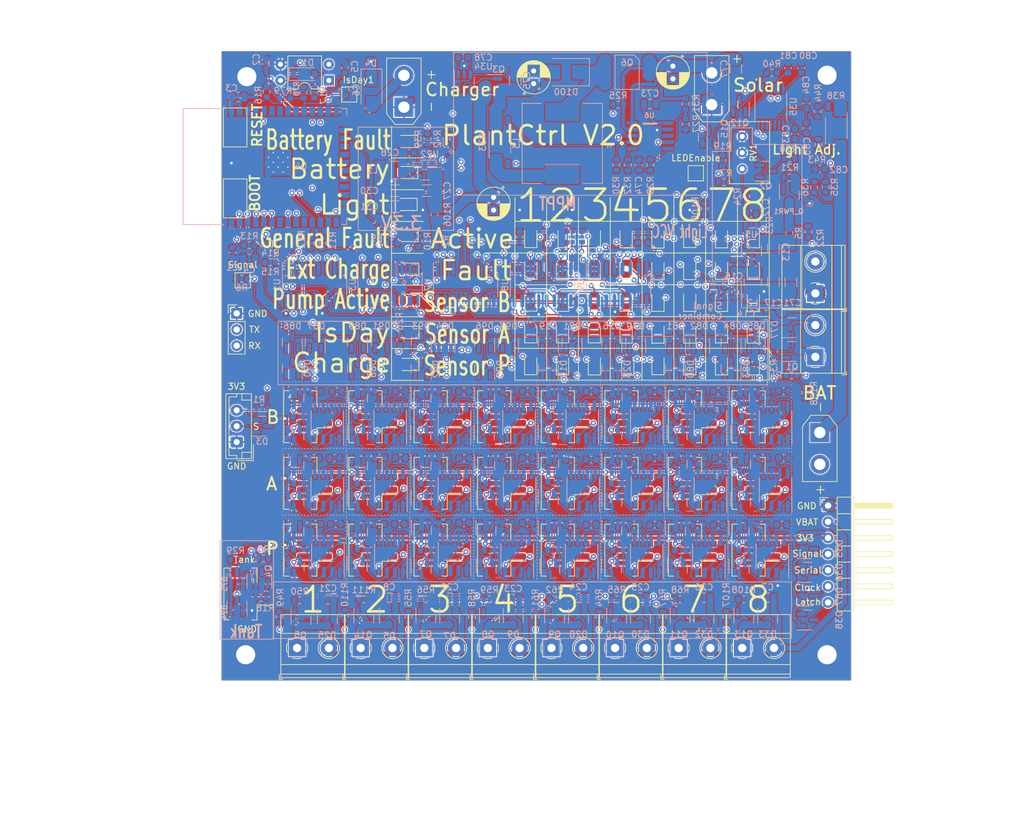
<source format=kicad_pcb>
(kicad_pcb (version 20221018) (generator pcbnew)

  (general
    (thickness 1.6)
  )

  (paper "A4")
  (layers
    (0 "F.Cu" signal)
    (1 "In1.Cu" signal)
    (2 "In2.Cu" signal)
    (31 "B.Cu" signal)
    (32 "B.Adhes" user "B.Adhesive")
    (33 "F.Adhes" user "F.Adhesive")
    (34 "B.Paste" user)
    (35 "F.Paste" user)
    (36 "B.SilkS" user "B.Silkscreen")
    (37 "F.SilkS" user "F.Silkscreen")
    (38 "B.Mask" user)
    (39 "F.Mask" user)
    (40 "Dwgs.User" user "User.Drawings")
    (41 "Cmts.User" user "User.Comments")
    (42 "Eco1.User" user "User.Eco1")
    (43 "Eco2.User" user "User.Eco2")
    (44 "Edge.Cuts" user)
    (45 "Margin" user)
    (46 "B.CrtYd" user "B.Courtyard")
    (47 "F.CrtYd" user "F.Courtyard")
    (48 "B.Fab" user)
    (49 "F.Fab" user)
  )

  (setup
    (stackup
      (layer "F.SilkS" (type "Top Silk Screen"))
      (layer "F.Paste" (type "Top Solder Paste"))
      (layer "F.Mask" (type "Top Solder Mask") (thickness 0.01))
      (layer "F.Cu" (type "copper") (thickness 0.035))
      (layer "dielectric 1" (type "prepreg") (thickness 0.1) (material "FR4") (epsilon_r 4.5) (loss_tangent 0.02))
      (layer "In1.Cu" (type "copper") (thickness 0.035))
      (layer "dielectric 2" (type "core") (thickness 1.24) (material "FR4") (epsilon_r 4.5) (loss_tangent 0.02))
      (layer "In2.Cu" (type "copper") (thickness 0.035))
      (layer "dielectric 3" (type "prepreg") (thickness 0.1) (material "FR4") (epsilon_r 4.5) (loss_tangent 0.02))
      (layer "B.Cu" (type "copper") (thickness 0.035))
      (layer "B.Mask" (type "Bottom Solder Mask") (thickness 0.01))
      (layer "B.Paste" (type "Bottom Solder Paste"))
      (layer "B.SilkS" (type "Bottom Silk Screen"))
      (copper_finish "HAL lead-free")
      (dielectric_constraints no)
    )
    (pad_to_mask_clearance 0.05)
    (solder_mask_min_width 0.2)
    (aux_axis_origin 68.58 26.67)
    (grid_origin 68.58 26.67)
    (pcbplotparams
      (layerselection 0x003ffff_ffffffff)
      (plot_on_all_layers_selection 0x0000000_00000000)
      (disableapertmacros false)
      (usegerberextensions false)
      (usegerberattributes false)
      (usegerberadvancedattributes false)
      (creategerberjobfile false)
      (dashed_line_dash_ratio 12.000000)
      (dashed_line_gap_ratio 3.000000)
      (svgprecision 4)
      (plotframeref false)
      (viasonmask false)
      (mode 1)
      (useauxorigin false)
      (hpglpennumber 1)
      (hpglpenspeed 20)
      (hpglpendiameter 15.000000)
      (dxfpolygonmode true)
      (dxfimperialunits true)
      (dxfusepcbnewfont true)
      (psnegative false)
      (psa4output false)
      (plotreference true)
      (plotvalue true)
      (plotinvisibletext false)
      (sketchpadsonfab false)
      (subtractmaskfromsilk false)
      (outputformat 1)
      (mirror false)
      (drillshape 0)
      (scaleselection 1)
      (outputdirectory "gerber/")
    )
  )

  (net 0 "")
  (net 1 "Net-(U4-IO0)")
  (net 2 "Net-(U4-EN)")
  (net 3 "VBAT")
  (net 4 "GND")
  (net 5 "Net-(S_A_1-Pin_1)")
  (net 6 "Net-(U10-CV)")
  (net 7 "Net-(D2-A)")
  (net 8 "Net-(D12-A)")
  (net 9 "unconnected-(D12-K-Pad2)")
  (net 10 "3_3V")
  (net 11 "Temp")
  (net 12 "unconnected-(D19-K-Pad2)")
  (net 13 "Net-(S_B_1-Pin_1)")
  (net 14 "Net-(D21-A)")
  (net 15 "Net-(U22-BST)")
  (net 16 "Net-(PUMP2-Pin_1)")
  (net 17 "PUMP_ENABLE")
  (net 18 "TANK_SENSOR")
  (net 19 "Net-(PUMP3-Pin_1)")
  (net 20 "Net-(PUMP4-Pin_1)")
  (net 21 "Net-(PUMP1-Pin_1)")
  (net 22 "Net-(PUMP5-Pin_1)")
  (net 23 "Net-(PUMP6-Pin_1)")
  (net 24 "Net-(PUMP7-Pin_1)")
  (net 25 "Net-(PUMP8-Pin_1)")
  (net 26 "SerialOut")
  (net 27 "Clock")
  (net 28 "Latch")
  (net 29 "Net-(Q1-G)")
  (net 30 "unconnected-(D21-K-Pad2)")
  (net 31 "ESP_RX")
  (net 32 "ESP_TX")
  (net 33 "Net-(Boot1-Pad2)")
  (net 34 "SDA")
  (net 35 "SCL")
  (net 36 "unconnected-(D23-K-Pad2)")
  (net 37 "Net-(D26-A)")
  (net 38 "Net-(D10-K)")
  (net 39 "Net-(Q5-G)")
  (net 40 "unconnected-(D26-K-Pad2)")
  (net 41 "Net-(Q7-G)")
  (net 42 "Net-(Q8-G)")
  (net 43 "Net-(Q9-G)")
  (net 44 "Net-(Q10-G)")
  (net 45 "Net-(Q11-G)")
  (net 46 "Net-(Q4-G)")
  (net 47 "Net-(Q13-G)")
  (net 48 "Net-(Q14-G)")
  (net 49 "Net-(D78-A)")
  (net 50 "CentralPump")
  (net 51 "Net-(D79-A)")
  (net 52 "Net-(C5-Pad2)")
  (net 53 "unconnected-(D79-K-Pad2)")
  (net 54 "Net-(U11-CV)")
  (net 55 "Net-(D19-A)")
  (net 56 "PUMP1")
  (net 57 "Net-(D23-A)")
  (net 58 "PUMP3")
  (net 59 "Net-(D80-A)")
  (net 60 "Net-(R14-Pad2)")
  (net 61 "PUMP4")
  (net 62 "PUMP5")
  (net 63 "PUMP6")
  (net 64 "PUMP7")
  (net 65 "PUMP8")
  (net 66 "PUMP2")
  (net 67 "unconnected-(U4-SENSOR_VP-Pad4)")
  (net 68 "unconnected-(U4-IO34-Pad6)")
  (net 69 "unconnected-(U4-IO35-Pad7)")
  (net 70 "unconnected-(U4-IO32-Pad8)")
  (net 71 "unconnected-(U4-IO33-Pad9)")
  (net 72 "unconnected-(U4-IO14-Pad13)")
  (net 73 "unconnected-(U4-IO12-Pad14)")
  (net 74 "unconnected-(D80-K-Pad2)")
  (net 75 "unconnected-(U4-SHD{slash}SD2-Pad17)")
  (net 76 "unconnected-(U4-SWP{slash}SD3-Pad18)")
  (net 77 "unconnected-(U4-SCS{slash}CMD-Pad19)")
  (net 78 "unconnected-(U4-SCK{slash}CLK-Pad20)")
  (net 79 "unconnected-(U4-SDO{slash}SD0-Pad21)")
  (net 80 "unconnected-(U4-SDI{slash}SD1-Pad22)")
  (net 81 "unconnected-(U4-IO15-Pad23)")
  (net 82 "unconnected-(U4-IO5-Pad29)")
  (net 83 "SIGNAL")
  (net 84 "SerialIn")
  (net 85 "unconnected-(U4-NC-Pad32)")
  (net 86 "SENSOR1_PUMP_END")
  (net 87 "SENSOR1_A")
  (net 88 "SENSOR1_B")
  (net 89 "SENSOR2_PUMP_END")
  (net 90 "SENSOR2_A")
  (net 91 "SENSOR2_B")
  (net 92 "SENSOR3_PUMP_END")
  (net 93 "SENSOR3_A")
  (net 94 "SENSOR3_B")
  (net 95 "SENSOR4_PUMP_END")
  (net 96 "SENSOR4_A")
  (net 97 "SENSOR4_B")
  (net 98 "SENSOR5_PUMP_END")
  (net 99 "SENSOR5_A")
  (net 100 "SENSOR5_B")
  (net 101 "SENSOR6_PUMP_END")
  (net 102 "SENSOR6_A")
  (net 103 "SENSOR6_B")
  (net 104 "SENSOR7_PUMP_END")
  (net 105 "SENSOR7_A")
  (net 106 "SENSOR7_B")
  (net 107 "SENSOR8_PUMP_END")
  (net 108 "SENSOR8_A")
  (net 109 "SENSOR8_B")
  (net 110 "Net-(D11-A)")
  (net 111 "Net-(D10-A)")
  (net 112 "Net-(D2-K)")
  (net 113 "Net-(S_P_2-Pin_1)")
  (net 114 "Net-(U12-CV)")
  (net 115 "Net-(S_A_2-Pin_1)")
  (net 116 "Net-(U13-CV)")
  (net 117 "Net-(U2-CV)")
  (net 118 "Net-(S_B_2-Pin_1)")
  (net 119 "Net-(U14-CV)")
  (net 120 "Net-(S_P_3-Pin_1)")
  (net 121 "Net-(U15-CV)")
  (net 122 "Net-(S_A_3-Pin_1)")
  (net 123 "Net-(U16-CV)")
  (net 124 "Net-(S_B_3-Pin_1)")
  (net 125 "Net-(U17-CV)")
  (net 126 "Net-(S_P_4-Pin_1)")
  (net 127 "Net-(U18-CV)")
  (net 128 "Net-(S_A_4-Pin_1)")
  (net 129 "Net-(U19-CV)")
  (net 130 "Net-(S_B_4-Pin_1)")
  (net 131 "Net-(U20-CV)")
  (net 132 "Net-(S_P_5-Pin_1)")
  (net 133 "Net-(U21-CV)")
  (net 134 "Net-(S_A_5-Pin_1)")
  (net 135 "Net-(U23-CV)")
  (net 136 "Net-(P_FAULT1-K)")
  (net 137 "Net-(P_FAULT2-K)")
  (net 138 "Net-(P_FAULT3-K)")
  (net 139 "Net-(P_FAULT4-K)")
  (net 140 "Net-(P_FAULT5-K)")
  (net 141 "Net-(P_FAULT6-K)")
  (net 142 "Net-(P_FAULT7-K)")
  (net 143 "Net-(P_FAULT8-K)")
  (net 144 "Net-(S_B_5-Pin_1)")
  (net 145 "Net-(U24-CV)")
  (net 146 "Net-(S_P_6-Pin_1)")
  (net 147 "Net-(U25-CV)")
  (net 148 "Net-(S_A_6-Pin_1)")
  (net 149 "Net-(U26-CV)")
  (net 150 "Net-(S_B_6-Pin_1)")
  (net 151 "Net-(U27-CV)")
  (net 152 "Net-(S_P_7-Pin_1)")
  (net 153 "Net-(U28-CV)")
  (net 154 "Net-(S_A_7-Pin_1)")
  (net 155 "Net-(U29-CV)")
  (net 156 "Net-(S_B_7-Pin_1)")
  (net 157 "Net-(U30-CV)")
  (net 158 "Net-(S_P_8-Pin_1)")
  (net 159 "Net-(U31-CV)")
  (net 160 "Net-(S_A_8-Pin_1)")
  (net 161 "Net-(U32-CV)")
  (net 162 "Net-(S_B_8-Pin_1)")
  (net 163 "Net-(U33-CV)")
  (net 164 "Net-(S_P_1-Pin_1)")
  (net 165 "Net-(S_P_1-Pin_2)")
  (net 166 "Net-(S_A_1-Pin_2)")
  (net 167 "Net-(S_B_1-Pin_2)")
  (net 168 "Net-(S_P_2-Pin_2)")
  (net 169 "Net-(S_A_2-Pin_2)")
  (net 170 "Net-(S_B_2-Pin_2)")
  (net 171 "Net-(S_P_3-Pin_2)")
  (net 172 "Net-(S_A_3-Pin_2)")
  (net 173 "Net-(S_B_3-Pin_2)")
  (net 174 "Net-(S_P_4-Pin_2)")
  (net 175 "Net-(S_A_4-Pin_2)")
  (net 176 "Net-(S_B_4-Pin_2)")
  (net 177 "Net-(S_P_5-Pin_2)")
  (net 178 "Net-(S_A_5-Pin_2)")
  (net 179 "Net-(S_B_5-Pin_2)")
  (net 180 "Net-(S_P_6-Pin_2)")
  (net 181 "Net-(S_A_6-Pin_2)")
  (net 182 "Net-(S_B_6-Pin_2)")
  (net 183 "Net-(S_P_7-Pin_2)")
  (net 184 "Net-(S_A_7-Pin_2)")
  (net 185 "Net-(S_B_7-Pin_2)")
  (net 186 "Net-(S_P_8-Pin_2)")
  (net 187 "Net-(S_A_8-Pin_2)")
  (net 188 "Net-(S_B_8-Pin_2)")
  (net 189 "Net-(D81-A)")
  (net 190 "unconnected-(D81-K-Pad2)")
  (net 191 "Net-(D82-A)")
  (net 192 "unconnected-(D82-K-Pad2)")
  (net 193 "Net-(D83-A)")
  (net 194 "unconnected-(D83-K-Pad2)")
  (net 195 "Net-(D84-A)")
  (net 196 "unconnected-(D84-K-Pad2)")
  (net 197 "Net-(D85-A)")
  (net 198 "unconnected-(D85-K-Pad2)")
  (net 199 "Net-(D86-A)")
  (net 200 "unconnected-(D86-K-Pad2)")
  (net 201 "Net-(D87-A)")
  (net 202 "unconnected-(D87-K-Pad2)")
  (net 203 "Net-(D88-A)")
  (net 204 "unconnected-(D88-K-Pad2)")
  (net 205 "Net-(D89-A)")
  (net 206 "unconnected-(D89-K-Pad2)")
  (net 207 "Net-(D90-A)")
  (net 208 "unconnected-(D90-K-Pad2)")
  (net 209 "Net-(D91-A)")
  (net 210 "unconnected-(D91-K-Pad2)")
  (net 211 "Net-(D92-A)")
  (net 212 "unconnected-(D92-K-Pad2)")
  (net 213 "unconnected-(U2-DIS-Pad7)")
  (net 214 "unconnected-(U10-DIS-Pad7)")
  (net 215 "unconnected-(U11-DIS-Pad7)")
  (net 216 "unconnected-(U12-DIS-Pad7)")
  (net 217 "unconnected-(U13-DIS-Pad7)")
  (net 218 "unconnected-(U14-DIS-Pad7)")
  (net 219 "unconnected-(U15-DIS-Pad7)")
  (net 220 "unconnected-(U16-DIS-Pad7)")
  (net 221 "unconnected-(U17-DIS-Pad7)")
  (net 222 "unconnected-(U18-DIS-Pad7)")
  (net 223 "unconnected-(U19-DIS-Pad7)")
  (net 224 "unconnected-(U20-DIS-Pad7)")
  (net 225 "unconnected-(U21-DIS-Pad7)")
  (net 226 "unconnected-(U23-DIS-Pad7)")
  (net 227 "unconnected-(U24-DIS-Pad7)")
  (net 228 "unconnected-(U25-DIS-Pad7)")
  (net 229 "unconnected-(U26-DIS-Pad7)")
  (net 230 "unconnected-(U27-DIS-Pad7)")
  (net 231 "unconnected-(U28-DIS-Pad7)")
  (net 232 "unconnected-(U29-DIS-Pad7)")
  (net 233 "unconnected-(U30-DIS-Pad7)")
  (net 234 "unconnected-(U31-DIS-Pad7)")
  (net 235 "unconnected-(U32-DIS-Pad7)")
  (net 236 "unconnected-(U33-DIS-Pad7)")
  (net 237 "IsDay")
  (net 238 "Net-(R78-Pad2)")
  (net 239 "S_VIN")
  (net 240 "Net-(D93-A)")
  (net 241 "unconnected-(D93-K-Pad2)")
  (net 242 "Net-(D94-A)")
  (net 243 "unconnected-(D94-K-Pad2)")
  (net 244 "Net-(D95-A)")
  (net 245 "unconnected-(D95-K-Pad2)")
  (net 246 "Net-(D96-A)")
  (net 247 "unconnected-(D96-K-Pad2)")
  (net 248 "Net-(D97-A)")
  (net 249 "unconnected-(D97-K-Pad2)")
  (net 250 "Net-(P_FAULT1-A)")
  (net 251 "Net-(P_FAULT2-A)")
  (net 252 "Net-(P_FAULT3-A)")
  (net 253 "Net-(P_FAULT4-A)")
  (net 254 "Net-(P_FAULT5-A)")
  (net 255 "Net-(P_FAULT6-A)")
  (net 256 "Net-(P_FAULT7-A)")
  (net 257 "Net-(P_FAULT8-A)")
  (net 258 "5K_VBAT")
  (net 259 "1K_GND")
  (net 260 "Net-(U1-QH')")
  (net 261 "unconnected-(U1-~{SRCLR}-Pad10)")
  (net 262 "Net-(U3-QH')")
  (net 263 "unconnected-(U3-~{SRCLR}-Pad10)")
  (net 264 "Net-(U7-QH')")
  (net 265 "unconnected-(U7-~{SRCLR}-Pad10)")
  (net 266 "Net-(U8-QH')")
  (net 267 "unconnected-(U8-~{SRCLR}-Pad10)")
  (net 268 "unconnected-(U9-~{SRCLR}-Pad10)")
  (net 269 "/Light_In")
  (net 270 "Net-(U5-BST)")
  (net 271 "Net-(Q2-G)")
  (net 272 "Net-(Q2-D)")
  (net 273 "Net-(Q_PWR1-G)")
  (net 274 "Net-(Q_PWR1-D)")
  (net 275 "LED_ENABLE")
  (net 276 "Net-(I2C3-A)")
  (net 277 "Net-(R24-Pad2)")
  (net 278 "Net-(U5-FB)")
  (net 279 "/Light+")
  (net 280 "Net-(U6-VG)")
  (net 281 "Net-(C74-Pad1)")
  (net 282 "Net-(D1-A)")
  (net 283 "Net-(D98-K)")
  (net 284 "Net-(D98-A)")
  (net 285 "Net-(D100-K)")
  (net 286 "Net-(L3-Pad2)")
  (net 287 "Net-(Q6-G)")
  (net 288 "Net-(U6-MPPT)")
  (net 289 "Net-(U6-COM)")
  (net 290 "Net-(U6-BAT)")
  (net 291 "Net-(U6-FB)")
  (net 292 "Net-(U6-CSP)")
  (net 293 "/3_3IN")
  (net 294 "/Light_cool")
  (net 295 "/3_3V_cool")
  (net 296 "Net-(R26-Pad2)")
  (net 297 "Net-(Q3-S)")
  (net 298 "Net-(U34-VCAP)")
  (net 299 "Net-(Q3-G)")
  (net 300 "Net-(J3-Pin_1)")
  (net 301 "ENABLE_TANK")
  (net 302 "Net-(battery1-Pin_1)")
  (net 303 "Net-(U35-BAT)")
  (net 304 "Net-(U35-SRP)")
  (net 305 "Net-(U35-SRN)")
  (net 306 "Net-(D76-K)")
  (net 307 "Net-(D76-A)")
  (net 308 "Net-(D13-K)")
  (net 309 "Net-(D13-A)")
  (net 310 "Net-(R38-Pad2)")
  (net 311 "Net-(R38-Pad3)")
  (net 312 "BAT_LED")
  (net 313 "BAT_ALERT")
  (net 314 "unconnected-(U35-VEN-Pad2)")
  (net 315 "unconnected-(U35-P6{slash}TS-Pad11)")
  (net 316 "unconnected-(U35-P5{slash}HDQ-Pad12)")
  (net 317 "REG25")

  (footprint "Button_Switch_SMD:SW_SPST_CK_RS282G05A3" (layer "F.Cu") (at 172.33 52.67 90))

  (footprint "LED_SMD:LED_0805_2012Metric" (layer "F.Cu") (at 228.83 84.8825 90))

  (footprint "LED_SMD:LED_0805_2012Metric" (layer "F.Cu") (at 233.83 79.8825 90))

  (footprint "Connector_AMASS:AMASS_XT30UPB-M_1x02_P5.0mm_Vertical" (layer "F.Cu") (at 247.28 49.07 90))

  (footprint "LED_SMD:LED_0805_2012Metric" (layer "F.Cu") (at 199.53 74.9575 180))

  (footprint "Button_Switch_SMD:SW_SPST_CK_RS282G05A3" (layer "F.Cu") (at 172.33 63.82 -90))

  (footprint "LED_SMD:LED_0805_2012Metric" (layer "F.Cu") (at 218.83 74.8825 90))

  (footprint "Connector_JST:JST_PH_B2B-PH-SM4-TB_1x02-1MP_P2.00mm_Vertical" (layer "F.Cu") (at 224.83 119.17 90))

  (footprint "LED_SMD:LED_0805_2012Metric" (layer "F.Cu") (at 228.83 74.92 90))

  (footprint "Connector_JST:JST_PH_B2B-PH-SM4-TB_1x02-1MP_P2.00mm_Vertical" (layer "F.Cu") (at 244.83 98.17 90))

  (footprint "LED_SMD:LED_0805_2012Metric" (layer "F.Cu") (at 218.83 79.8825 90))

  (footprint "Connector_AMASS:AMASS_XT30UPB-F_1x02_P5.0mm_Vertical" (layer "F.Cu") (at 264.28 100.67 -90))

  (footprint "LED_SMD:LED_0805_2012Metric" (layer "F.Cu") (at 223.83 79.92 90))

  (footprint "Connector_JST:JST_PH_B2B-PH-SM4-TB_1x02-1MP_P2.00mm_Vertical" (layer "F.Cu") (at 254.83 108.67 90))

  (footprint "TerminalBlock_Phoenix:TerminalBlock_Phoenix_MKDS-1,5-2_1x02_P5.00mm_Horizontal" (layer "F.Cu") (at 232.08 134.575))

  (footprint "TerminalBlock_Phoenix:TerminalBlock_Phoenix_MKDS-1,5-2_1x02_P5.00mm_Horizontal" (layer "F.Cu") (at 242.08 134.575))

  (footprint "TerminalBlock_Phoenix:TerminalBlock_Phoenix_MKDS-1,5-2_1x02_P5.00mm_Horizontal" (layer "F.Cu") (at 263.58 88.77 90))

  (footprint "Connector_JST:JST_PH_B2B-PH-SM4-TB_1x02-1MP_P2.00mm_Vertical" (layer "F.Cu") (at 194.58 98.17 90))

  (footprint "Package_DIP:DIP-4_W7.62mm" (layer "F.Cu") (at 187.08 45.27 180))

  (footprint "Connector_JST:JST_EH_B3B-EH-A_1x03_P2.50mm_Vertical" (layer "F.Cu") (at 172.58 102.17 90))

  (footprint "LED_SMD:LED_0805_2012Metric" (layer "F.Cu") (at 238.83 84.92 90))

  (footprint "LED_SMD:LED_0805_2012Metric" (layer "F.Cu") (at 199.43 69.6575 180))

  (footprint "Connector_PinHeader_2.54mm:PinHeader_1x07_P2.54mm_Horizontal" (layer "F.Cu") (at 265.58 112.17))

  (footprint "LED_SMD:LED_0805_2012Metric" (layer "F.Cu") (at 243.83 69.8825 90))

  (footprint "Connector_JST:JST_PH_B2B-PH-SM4-TB_1x02-1MP_P2.00mm_Vertical" (layer "F.Cu") (at 244.83 119.17 90))

  (footprint "LED_SMD:LED_0805_2012Metric" (layer "F.Cu") (at 233.83 74.8825 90))

  (footprint "LED_SMD:LED_0805_2012Metric" (layer "F.Cu") (at 233.83 84.92 90))

  (footprint "LED_SMD:LED_0805_2012Metric" (layer "F.Cu") (at 243.83 74.92 90))

  (footprint "Connector_JST:JST_PH_B2B-PH-SM4-TB_1x02-1MP_P2.00mm_Vertical" (layer "F.Cu") (at 224.83 108.67 90))

  (footprint "LED_SMD:LED_0805_2012Metric" (layer "F.Cu") (at 218.83 84.8825 90))

  (footprint "TerminalBlock_Phoenix:TerminalBlock_Phoenix_MKDS-1,5-2_1x02_P5.00mm_Horizontal" (layer "F.Cu") (at 222.08 134.575))

  (footprint "LED_SMD:LED_0805_2012Metric" (layer "F.Cu") (at 224.08 69.8825 90))

  (footprint "LED_SMD:LED_0805_2012Metric" (layer "F.Cu") (at 199.38 59.7575 180))

  (footprint "Connector_JST:JST_PH_B2B-PH-SM4-TB_1x02-1MP_P2.00mm_Vertical" (layer "F.Cu") (at 184.33 119.17 90))

  (footprint "LED_SMD:LED_0805_2012Metric" (layer "F.Cu") (at 218.83 89.8825 90))

  (footprint "LED_SMD:LED_0805_2012Metric" (layer "F.Cu")
    (tstamp 594f4f6e-380e-4692-acc0-9627365675ff)
    (at 248.83 84.8825 90)
    (descr "LED SMD 0805 (2012 Metric), square (rectangular) end terminal, IPC_7351 nominal, (Body size source: https://docs.google.com/spreadsheets/d/1BsfQQcO9C6DZCsRaXUlFlo91Tg2WpOkGARC1WS5S8t0/edit?usp=sharing), generated with kicad-footprint-generator")
    (tags "LED")
    (property "Sheetfile" "PlantCtrlESP32.kicad_sch")
    (property "Sheetname" "")
    (property "ki_description" "Light emitting diode")
    (property "ki_keywords" "LED diode")
    (path "/f3db3614-eef5-4e36-aea6-346c21c63068")
    (attr smd)
    (fp_text reference "SD43" (at 0 -1.65 90) (layer "F.SilkS") hide
        (effects (font (size 1 1) (thickness 0.15)))
      (tstamp ab572f5b-a86d-4cd3-a7ae-886d9c2a02e7)
    )
    (fp_text value "GREEN" (at 0 1.65 90) (layer "F.Fab")
        (effects (font (size 1 1) (thickness 0.15)))
      (tstamp 6800813f-a109-401f-84cb-5376d22b98f6)
    )
    (fp_text user "${REFERENCE}" (at 0 0 90) (layer "F.Fab")
        (effects (font (size 0.5 0.5) (thickness 0.08)))
      (tstamp a2eb6a31-4493-4df9-a6fc-cfb04afe1889)
    )
    (fp_line (start -1.685 -0.96) (end -1.685 0.96)
      (stroke (width 0.12) (type solid)) (layer "F.SilkS") (tstamp 8ccc68d0-6857-43d5-90e3-e83ebf18f4e8))
    (fp_line (start -1.685 0.96) (end 1 0.96)
      (stroke (width 0.12) (type solid)) (layer "F.SilkS") (tstamp 781b3422-3282-41dd-b19a-599a840e87fd))
    (fp_line (start 
... [6118766 chars truncated]
</source>
